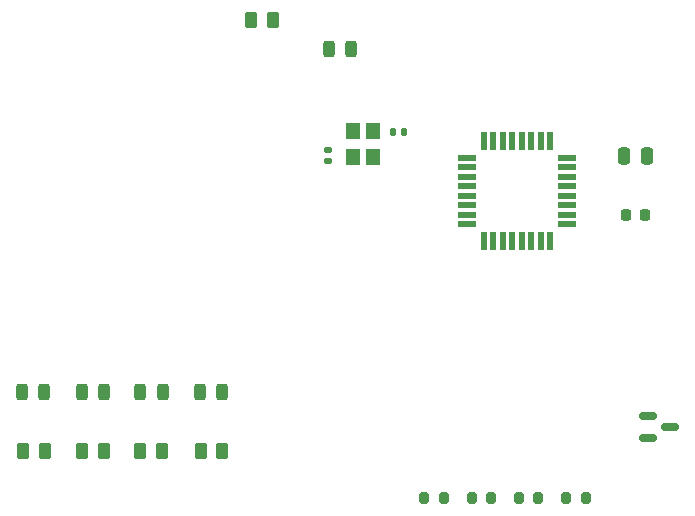
<source format=gtp>
G04 #@! TF.GenerationSoftware,KiCad,Pcbnew,6.0.2+dfsg-1*
G04 #@! TF.CreationDate,2022-11-07T23:46:16-08:00*
G04 #@! TF.ProjectId,controller,636f6e74-726f-46c6-9c65-722e6b696361,rev?*
G04 #@! TF.SameCoordinates,Original*
G04 #@! TF.FileFunction,Paste,Top*
G04 #@! TF.FilePolarity,Positive*
%FSLAX46Y46*%
G04 Gerber Fmt 4.6, Leading zero omitted, Abs format (unit mm)*
G04 Created by KiCad (PCBNEW 6.0.2+dfsg-1) date 2022-11-07 23:46:16*
%MOMM*%
%LPD*%
G01*
G04 APERTURE LIST*
G04 Aperture macros list*
%AMRoundRect*
0 Rectangle with rounded corners*
0 $1 Rounding radius*
0 $2 $3 $4 $5 $6 $7 $8 $9 X,Y pos of 4 corners*
0 Add a 4 corners polygon primitive as box body*
4,1,4,$2,$3,$4,$5,$6,$7,$8,$9,$2,$3,0*
0 Add four circle primitives for the rounded corners*
1,1,$1+$1,$2,$3*
1,1,$1+$1,$4,$5*
1,1,$1+$1,$6,$7*
1,1,$1+$1,$8,$9*
0 Add four rect primitives between the rounded corners*
20,1,$1+$1,$2,$3,$4,$5,0*
20,1,$1+$1,$4,$5,$6,$7,0*
20,1,$1+$1,$6,$7,$8,$9,0*
20,1,$1+$1,$8,$9,$2,$3,0*%
G04 Aperture macros list end*
%ADD10RoundRect,0.150000X-0.587500X-0.150000X0.587500X-0.150000X0.587500X0.150000X-0.587500X0.150000X0*%
%ADD11RoundRect,0.140000X0.170000X-0.140000X0.170000X0.140000X-0.170000X0.140000X-0.170000X-0.140000X0*%
%ADD12R,1.200000X1.400000*%
%ADD13R,1.600000X0.550000*%
%ADD14R,0.550000X1.600000*%
%ADD15RoundRect,0.243750X-0.243750X-0.456250X0.243750X-0.456250X0.243750X0.456250X-0.243750X0.456250X0*%
%ADD16RoundRect,0.250000X-0.262500X-0.450000X0.262500X-0.450000X0.262500X0.450000X-0.262500X0.450000X0*%
%ADD17RoundRect,0.200000X-0.200000X-0.275000X0.200000X-0.275000X0.200000X0.275000X-0.200000X0.275000X0*%
%ADD18RoundRect,0.140000X0.140000X0.170000X-0.140000X0.170000X-0.140000X-0.170000X0.140000X-0.170000X0*%
%ADD19RoundRect,0.250000X0.250000X0.475000X-0.250000X0.475000X-0.250000X-0.475000X0.250000X-0.475000X0*%
%ADD20RoundRect,0.225000X0.225000X0.250000X-0.225000X0.250000X-0.225000X-0.250000X0.225000X-0.250000X0*%
G04 APERTURE END LIST*
D10*
X179062500Y-111050000D03*
X179062500Y-112950000D03*
X180937500Y-112000000D03*
D11*
X152000000Y-89480000D03*
X152000000Y-88520000D03*
D12*
X155850000Y-89100000D03*
X155850000Y-86900000D03*
X154150000Y-86900000D03*
X154150000Y-89100000D03*
D13*
X163750000Y-89200000D03*
X163750000Y-90000000D03*
X163750000Y-90800000D03*
X163750000Y-91600000D03*
X163750000Y-92400000D03*
X163750000Y-93200000D03*
X163750000Y-94000000D03*
X163750000Y-94800000D03*
D14*
X165200000Y-96250000D03*
X166000000Y-96250000D03*
X166800000Y-96250000D03*
X167600000Y-96250000D03*
X168400000Y-96250000D03*
X169200000Y-96250000D03*
X170000000Y-96250000D03*
X170800000Y-96250000D03*
D13*
X172250000Y-94800000D03*
X172250000Y-94000000D03*
X172250000Y-93200000D03*
X172250000Y-92400000D03*
X172250000Y-91600000D03*
X172250000Y-90800000D03*
X172250000Y-90000000D03*
X172250000Y-89200000D03*
D14*
X170800000Y-87750000D03*
X170000000Y-87750000D03*
X169200000Y-87750000D03*
X168400000Y-87750000D03*
X167600000Y-87750000D03*
X166800000Y-87750000D03*
X166000000Y-87750000D03*
X165200000Y-87750000D03*
D15*
X141187500Y-109000000D03*
X143062500Y-109000000D03*
D16*
X141212500Y-114000000D03*
X143037500Y-114000000D03*
D17*
X164175000Y-118000000D03*
X165825000Y-118000000D03*
D16*
X131212500Y-114000000D03*
X133037500Y-114000000D03*
D15*
X152062500Y-80000000D03*
X153937500Y-80000000D03*
D17*
X172175000Y-118000000D03*
X173825000Y-118000000D03*
D15*
X136125000Y-109000000D03*
X138000000Y-109000000D03*
D16*
X126212500Y-114000000D03*
X128037500Y-114000000D03*
D15*
X131187500Y-109000000D03*
X133062500Y-109000000D03*
D16*
X145487740Y-77512260D03*
X147312740Y-77512260D03*
D18*
X158480000Y-87000000D03*
X157520000Y-87000000D03*
D15*
X126125000Y-109000000D03*
X128000000Y-109000000D03*
D19*
X179000000Y-89000000D03*
X177100000Y-89000000D03*
D16*
X136125000Y-114000000D03*
X137950000Y-114000000D03*
D17*
X168175000Y-118000000D03*
X169825000Y-118000000D03*
X160175000Y-118000000D03*
X161825000Y-118000000D03*
D20*
X178825000Y-94000000D03*
X177275000Y-94000000D03*
M02*

</source>
